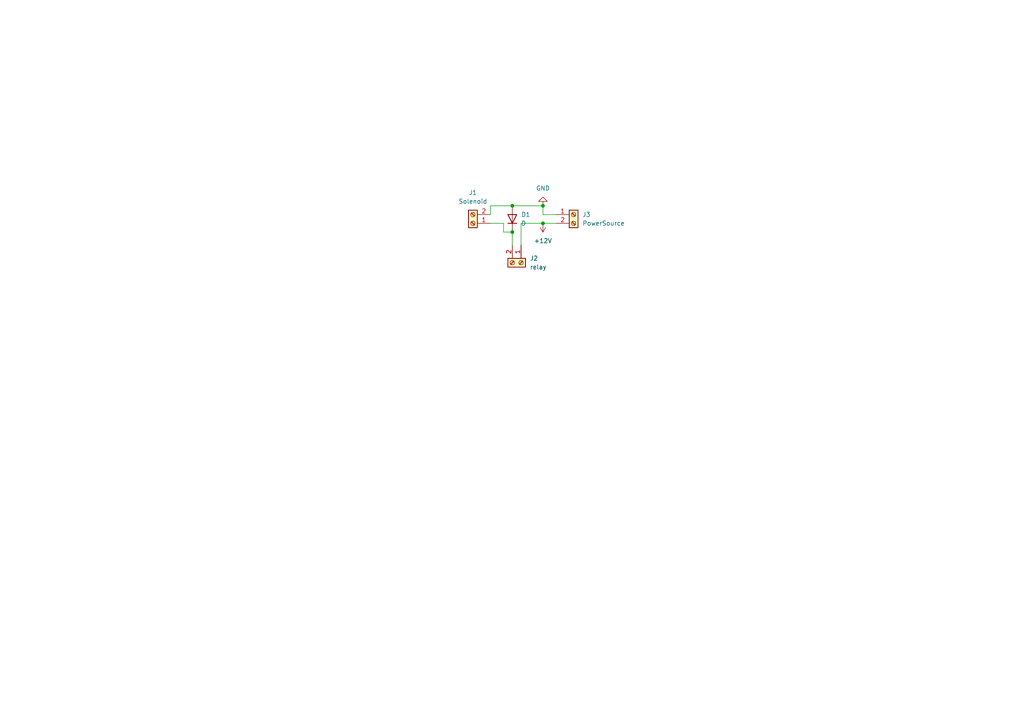
<source format=kicad_sch>
(kicad_sch (version 20211123) (generator eeschema)
  (paper "A4")
  (lib_symbols
    (symbol "Connector:Screw_Terminal_01x02" (pin_names (offset 1.016) hide)
      (property "Reference" "J" (at 0 2.54 0))
      (property "Value" "Screw_Terminal_01x02" (at 0 -5.08 0))
      (symbol "Screw_Terminal_01x02_1_1"
        (rectangle (start -1.27 1.27) (end 1.27 -3.81) (stroke (width 0.254)) (fill (type background)))
        (circle (center 0 -2.54) (radius 0.635) (stroke (width 0.1524)))
        (polyline (pts (xy -0.5334 -2.2098) (xy 0.3302 -3.048)) (stroke (width 0.1524)))
        (polyline (pts (xy -0.5334 0.3302) (xy 0.3302 -0.508)) (stroke (width 0.1524)))
        (polyline (pts (xy -0.3556 -2.032) (xy 0.508 -2.8702)) (stroke (width 0.1524)))
        (polyline (pts (xy -0.3556 0.508) (xy 0.508 -0.3302)) (stroke (width 0.1524)))
        (circle (center 0 0) (radius 0.635) (stroke (width 0.1524)))
        (pin passive line (at -5.08 0 0) (length 3.81) (name "Pin_1") (number "1"))
        (pin passive line (at -5.08 -2.54 0) (length 3.81) (name "Pin_2") (number "2"))
      )
    )
    (symbol "Device:D" (pin_numbers hide) (pin_names (offset 1.016) hide)
      (property "Reference" "D" (at 0 2.54 0))
      (property "Value" "D" (at 0 -2.54 0))
      (symbol "D_0_1"
        (polyline (pts (xy -1.27 1.27) (xy -1.27 -1.27)) (stroke (width 0.254)))
        (polyline (pts (xy 1.27 0) (xy -1.27 0)))
        (polyline (pts (xy 1.27 1.27) (xy 1.27 -1.27) (xy -1.27 0) (xy 1.27 1.27)) (stroke (width 0.254)))
      )
      (symbol "D_1_1"
        (pin passive line (at -3.81 0 0) (length 2.54) (name "K") (number "1"))
        (pin passive line (at 3.81 0 180) (length 2.54) (name "A") (number "2"))
      )
    )
    (symbol "power:+12V" (power) (pin_names (offset 0))
      (property "Value" "+12V" (at 0 3.556 0))
      (symbol "+12V_0_1"
        (polyline (pts (xy -0.762 1.27) (xy 0 2.54)))
        (polyline (pts (xy 0 0) (xy 0 2.54)))
        (polyline (pts (xy 0 2.54) (xy 0.762 1.27)))
      )
      (symbol "+12V_1_1"
        (pin power_in line (at 0 0 90) (length 0) hide (name "+12V") (number "1"))
      )
    )
    (symbol "power:GND" (power) (pin_names (offset 0))
      (property "Value" "GND" (at 0 -3.81 0))
      (symbol "GND_0_1"
        (polyline (pts (xy 0 0) (xy 0 -1.27) (xy 1.27 -1.27) (xy 0 -2.54) (xy -1.27 -1.27) (xy 0 -1.27)))
      )
      (symbol "GND_1_1"
        (pin power_in line (at 0 0 270) (length 0) hide (name "GND") (number "1"))
      )
    )
  )
  (junction (at 148.59 59.69))
  (junction (at 157.48 59.69))
  (junction (at 157.48 64.77))
  (junction (at 148.59 67.31))
  (wire (pts (xy 157.48 62.23) (xy 157.48 59.69)))
  (wire (pts (xy 151.13 64.77) (xy 157.48 64.77)))
  (wire (pts (xy 157.48 59.69) (xy 148.59 59.69)))
  (wire (pts (xy 157.48 64.77) (xy 161.29 64.77)))
  (wire (pts (xy 151.13 71.12) (xy 151.13 64.77)))
  (wire (pts (xy 142.24 59.69) (xy 142.24 62.23)))
  (wire (pts (xy 148.59 67.31) (xy 148.59 71.12)))
  (wire (pts (xy 142.24 64.77) (xy 146.05 64.77)))
  (wire (pts (xy 161.29 62.23) (xy 157.48 62.23)))
  (wire (pts (xy 148.59 59.69) (xy 142.24 59.69)))
  (wire (pts (xy 146.05 67.31) (xy 148.59 67.31)))
  (wire (pts (xy 146.05 64.77) (xy 146.05 67.31)))
  (symbol (lib_id "Connector:Screw_Terminal_01x02") (at 137.16 64.77 180) (unit 1)
    (property "Reference" "J1" (at 137.16 55.88 0))
    (property "Value" "Solenoid" (at 137.16 58.42 0))
    (property "Footprint" "TerminalBlock_Phoenix:TerminalBlock_Phoenix_PT-1,5-2-5.0-H_1x02_P5.00mm_Horizontal" (effects hide))
  )
  (symbol (lib_id "Connector:Screw_Terminal_01x02") (at 166.37 62.23 0) (unit 1)
    (property "Reference" "J3" (at 168.91 62.2299 0) (effects (justify left)))
    (property "Value" "PowerSource" (at 168.91 64.7699 0) (effects (justify left)))
    (property "Footprint" "TerminalBlock_Phoenix:TerminalBlock_Phoenix_PT-1,5-2-5.0-H_1x02_P5.00mm_Horizontal" (effects hide))
  )
  (symbol (lib_id "power:GND") (at 157.48 59.69 180) (unit 1)
    (property "Reference" "#PWR0101" (effects hide))
    (property "Value" "GND" (at 157.48 54.61 0))
  )
  (symbol (lib_id "power:+12V") (at 157.48 64.77 180) (unit 1)
    (property "Reference" "#PWR0102" (effects hide))
    (property "Value" "+12V" (at 157.48 69.85 0))
  )
  (symbol (lib_id "Connector:Screw_Terminal_01x02") (at 151.13 76.2 270) (unit 1)
    (property "Reference" "J2" (at 153.67 74.9299 90) (effects (justify left)))
    (property "Value" "relay" (at 153.67 77.4699 90) (effects (justify left)))
    (property "Footprint" "TerminalBlock_Phoenix:TerminalBlock_Phoenix_PT-1,5-2-5.0-H_1x02_P5.00mm_Horizontal" (effects hide))
  )
  (symbol (lib_id "Device:D") (at 148.59 63.5 90) (unit 1)
    (property "Reference" "D1" (at 151.13 62.2299 90) (effects (justify right)))
    (property "Value" "D" (at 151.13 64.7699 90) (effects (justify right)))
    (property "Footprint" "Diode_THT:D_DO-34_SOD68_P7.62mm_Horizontal" (effects hide))
  )
)
</source>
